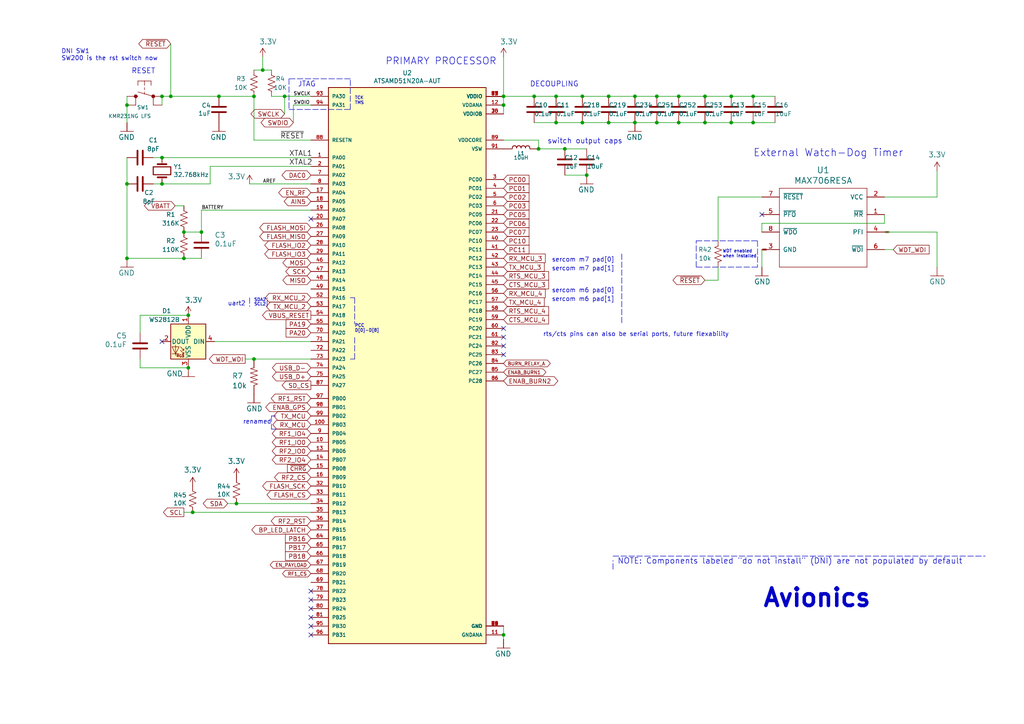
<source format=kicad_sch>
(kicad_sch (version 20211123) (generator eeschema)
  (paper "A4")
  (title_block (title "PyCubed Mainboard") (date "2021-06-09") (rev "v05c") (company "Max Holliday"))
  (lib_symbols
    (symbol "mainboard-rescue:C-Device-mainboard-rescue" (pin_numbers hide) (pin_names (offset 0.254))
      (property "Reference" "C" (at 0.635 2.54 0))
      (property "Value" "C-Device-mainboard-rescue" (at 0.635 -2.54 0))
      (symbol "C-Device-mainboard-rescue_0_1"
        (polyline (pts (xy -2.032 -0.762) (xy 2.032 -0.762)) (stroke (width 0.508)))
        (polyline (pts (xy -2.032 0.762) (xy 2.032 0.762)) (stroke (width 0.508)))
      )
      (symbol "C-Device-mainboard-rescue_1_1"
        (pin passive line (at 0 3.81 270) (length 2.794) (name "~") (number "1"))
        (pin passive line (at 0 -3.81 90) (length 2.794) (name "~") (number "2"))
      )
    )
    (symbol "mainboard-rescue:Crystal-Device-mainboard-rescue" (pin_numbers hide) (pin_names (offset 1.016) hide)
      (property "Reference" "Y" (at 0 3.81 0))
      (property "Value" "Crystal-Device-mainboard-rescue" (at 0 -3.81 0))
      (symbol "Crystal-Device-mainboard-rescue_0_1"
        (rectangle (start -1.143 2.54) (end 1.143 -2.54) (stroke (width 0.3048)))
        (polyline (pts (xy -2.54 0) (xy -1.905 0)))
        (polyline (pts (xy -1.905 -1.27) (xy -1.905 1.27)) (stroke (width 0.508)))
        (polyline (pts (xy 1.905 -1.27) (xy 1.905 1.27)) (stroke (width 0.508)))
        (polyline (pts (xy 2.54 0) (xy 1.905 0)))
      )
      (symbol "Crystal-Device-mainboard-rescue_1_1"
        (pin passive line (at -3.81 0 0) (length 1.27) (name "1") (number "1"))
        (pin passive line (at 3.81 0 180) (length 1.27) (name "2") (number "2"))
      )
    )
    (symbol "mainboard-rescue:R_US-Device-mainboard-rescue" (pin_numbers hide) (pin_names (offset 0))
      (property "Reference" "R" (at 2.54 0 90))
      (property "Value" "R_US-Device-mainboard-rescue" (at -2.54 0 90))
      (symbol "R_US-Device-mainboard-rescue_0_1"
        (polyline (pts (xy 0 -2.286) (xy 0 -2.54)))
        (polyline (pts (xy 0 2.286) (xy 0 2.54)))
        (polyline (pts (xy 0 -0.762) (xy 1.016 -1.143) (xy 0 -1.524) (xy -1.016 -1.905) (xy 0 -2.286)))
        (polyline (pts (xy 0 0.762) (xy 1.016 0.381) (xy 0 0) (xy -1.016 -0.381) (xy 0 -0.762)))
        (polyline (pts (xy 0 2.286) (xy 1.016 1.905) (xy 0 1.524) (xy -1.016 1.143) (xy 0 0.762)))
      )
      (symbol "R_US-Device-mainboard-rescue_1_1"
        (pin passive line (at 0 3.81 270) (length 1.27) (name "~") (number "1"))
        (pin passive line (at 0 -3.81 90) (length 1.27) (name "~") (number "2"))
      )
    )
    (symbol "mainboard-rescue:WS2812B-LED-mainboard-rescue" (pin_names (offset 0.254))
      (property "Reference" "D" (at 5.08 5.715 0))
      (property "Value" "WS2812B-LED-mainboard-rescue" (at 1.27 -5.715 0))
      (symbol "WS2812B-LED-mainboard-rescue_0_0"
        (text "RGB" (at 2.286 -4.191 0) (effects (font (size 0.762 0.762))))
      )
      (symbol "WS2812B-LED-mainboard-rescue_0_1"
        (polyline (pts (xy 1.27 -3.556) (xy 1.778 -3.556)))
        (polyline (pts (xy 1.27 -2.54) (xy 1.778 -2.54)))
        (polyline (pts (xy 4.699 -3.556) (xy 2.667 -3.556)))
        (polyline (pts (xy 2.286 -2.54) (xy 1.27 -3.556) (xy 1.27 -3.048)))
        (polyline (pts (xy 2.286 -1.524) (xy 1.27 -2.54) (xy 1.27 -2.032)))
        (polyline (pts (xy 3.683 -1.016) (xy 3.683 -3.556) (xy 3.683 -4.064)))
        (polyline (pts (xy 4.699 -1.524) (xy 2.667 -1.524) (xy 3.683 -3.556) (xy 4.699 -1.524)))
        (rectangle (start 5.08 5.08) (end -5.08 -5.08) (stroke (width 0.254)) (fill (type background)))
      )
      (symbol "WS2812B-LED-mainboard-rescue_1_1"
        (pin power_in line (at 0 7.62 270) (length 2.54) (name "VDD") (number "1"))
        (pin output line (at 7.62 0 180) (length 2.54) (name "DOUT") (number "2"))
        (pin power_in line (at 0 -7.62 90) (length 2.54) (name "VSS") (number "3"))
        (pin input line (at -7.62 0 0) (length 2.54) (name "DIN") (number "4"))
      )
    )
    (symbol "mainboard:3.3V" (power) (pin_names (offset 1.016))
      (property "Value" "3.3V" (at -1.016 3.556 0))
      (symbol "3.3V_1_0"
        (polyline (pts (xy 0 2.54) (xy -0.762 1.27)))
        (polyline (pts (xy 0.762 1.27) (xy 0 2.54)))
        (pin power_in line (at 0 0 90) (length 2.54) (name "3.3V") (number "1"))
      )
    )
    (symbol "mainboard:GND" (power) (pin_names (offset 1.016))
      (property "Value" "GND" (at -2.54 -2.54 0))
      (symbol "GND_1_0"
        (polyline (pts (xy -1.905 0) (xy 1.905 0)))
        (pin power_in line (at 0 2.54 270) (length 2.54) (name "GND") (number "1"))
      )
    )
    (symbol "mainboard:INDUCTOR-Adafruit_Feather_M4_Express-eagle-import-lab64_SAM32-rescue-SAMD-10-rescue-SAM32-rescue" (pin_names (offset 1.016))
      (property "Reference" "L" (at 0 2.54 0))
      (property "Value" "INDUCTOR-Adafruit_Feather_M4_Express-eagle-import-lab64_SAM32-rescue-SAMD-10-rescue-SAM32-rescue" (at 0 -1.524 0))
      (symbol "INDUCTOR-Adafruit_Feather_M4_Express-eagle-import-lab64_SAM32-rescue-SAMD-10-rescue-SAM32-rescue_1_0"
        (arc (start -1.27 0.3048) (mid -1.905 0.9149) (end -2.54 0.3048) (stroke (width 0.254)))
        (polyline (pts (xy -2.54 0.3048) (xy -2.54 0)))
        (polyline (pts (xy 2.54 0.3048) (xy 2.54 0)))
        (arc (start 0 0.3048) (mid -0.635 0.9149) (end -1.27 0.3048) (stroke (width 0.254)))
        (arc (start 1.27 0.3048) (mid 0.635 0.9149) (end 0 0.3048) (stroke (width 0.254)))
        (arc (start 2.54 0.3048) (mid 1.905 0.9149) (end 1.27 0.3048) (stroke (width 0.254)))
        (pin passive line (at -5.08 0 0) (length 2.54) (name "1") (number "1"))
        (pin passive line (at 5.08 0 180) (length 2.54) (name "2") (number "2"))
      )
    )
    (symbol "mainboard:MAX708RESA-T" (pin_names (offset 1.016))
      (property "Reference" "U" (at 15.5956 9.1186 0))
      (property "Value" "MAX708RESA-T" (at 14.9606 6.5786 0))
      (symbol "MAX708RESA-T_1_0"
        (polyline (pts (xy 7.62 -17.78) (xy 33.02 -17.78)))
        (polyline (pts (xy 7.62 5.08) (xy 7.62 -17.78)))
        (polyline (pts (xy 33.02 -17.78) (xy 33.02 5.08)))
        (polyline (pts (xy 33.02 5.08) (xy 7.62 5.08)))
        (pin input line (at 2.54 -2.54 0) (length 5.08) (name "~{MR}") (number "1"))
        (pin power_in line (at 2.54 2.54 0) (length 5.08) (name "VCC") (number "2"))
        (pin power_in line (at 38.1 -12.7 180) (length 5.08) (name "GND") (number "3"))
        (pin input line (at 2.54 -7.62 0) (length 5.08) (name "PFI") (number "4"))
        (pin output line (at 38.1 -2.54 180) (length 5.08) (name "~{PFO}") (number "5"))
        (pin input line (at 2.54 -12.7 0) (length 5.08) (name "~{WDI}") (number "6"))
        (pin output line (at 38.1 2.54 180) (length 5.08) (name "~{RESET}") (number "7"))
        (pin output line (at 38.1 -7.62 180) (length 5.08) (name "~{WDO}") (number "8"))
      )
    )
    (symbol "mainboard:R-US_R0603" (pin_names (offset 1.016))
      (property "Reference" "R" (at -3.81 1.4986 0))
      (property "Value" "R-US_R0603" (at -3.81 -3.302 0))
      (symbol "R-US_R0603_1_0"
        (polyline (pts (xy -2.54 0) (xy -2.159 1.016)))
        (polyline (pts (xy -2.159 1.016) (xy -1.524 -1.016)))
        (polyline (pts (xy -1.524 -1.016) (xy -0.889 1.016)))
        (polyline (pts (xy -0.889 1.016) (xy -0.254 -1.016)))
        (polyline (pts (xy -0.254 -1.016) (xy 0.381 1.016)))
        (polyline (pts (xy 0.381 1.016) (xy 1.016 -1.016)))
        (polyline (pts (xy 1.016 -1.016) (xy 1.651 1.016)))
        (polyline (pts (xy 1.651 1.016) (xy 2.286 -1.016)))
        (polyline (pts (xy 2.286 -1.016) (xy 2.54 0)))
        (pin passive line (at -5.08 0 0) (length 2.54) (name "1") (number "1"))
        (pin passive line (at 5.08 0 180) (length 2.54) (name "2") (number "2"))
      )
    )
    (symbol "mainboard:SWITCH_SMT4.6X2.8" (pin_names (offset 1.016))
      (property "Reference" "SW" (at -2.54 6.35 0))
      (property "Value" "SWITCH_SMT4.6X2.8" (at -2.54 -5.08 0))
      (symbol "SWITCH_SMT4.6X2.8_1_0"
        (circle (center -2.54 0) (radius 0.127) (stroke (width 0.4064)))
        (polyline (pts (xy -2.54 -2.54) (xy -2.54 0)))
        (polyline (pts (xy -2.54 0) (xy 1.905 1.27)))
        (polyline (pts (xy -1.905 4.445) (xy -1.905 3.175)))
        (polyline (pts (xy 0 1.27) (xy 0 0.635)))
        (polyline (pts (xy 0 2.54) (xy 0 1.905)))
        (polyline (pts (xy 0 4.445) (xy -1.905 4.445)))
        (polyline (pts (xy 0 4.445) (xy 0 3.175)))
        (polyline (pts (xy 1.905 0) (xy 2.54 0)))
        (polyline (pts (xy 1.905 4.445) (xy 0 4.445)))
        (polyline (pts (xy 1.905 4.445) (xy 1.905 3.175)))
        (polyline (pts (xy 2.54 -2.54) (xy 2.54 0)))
        (circle (center 2.54 0) (radius 0.127) (stroke (width 0.4064)))
        (pin passive line (at -5.08 0 0) (length 2.54) (name "P") (number "A"))
        (pin passive line (at -5.08 -2.54 0) (length 2.54) (name "P1") (number "A'"))
        (pin passive line (at 5.08 0 180) (length 2.54) (name "S") (number "B"))
        (pin passive line (at 5.08 -2.54 180) (length 2.54) (name "S1") (number "B'"))
      )
    )
    (symbol "mainboard_SLI:ATSAMD51N20A-AUT" (pin_names (offset 1.016))
      (property "Reference" "U" (at -22.86 89.535 0))
      (property "Value" "ATSAMD51N20A-AUT" (at -22.86 -76.2 0))
      (symbol "ATSAMD51N20A-AUT_0_0"
        (rectangle (start -22.86 -72.39) (end 22.86 88.9) (stroke (width 0.254)) (fill (type background)))
        (pin bidirectional line (at -27.94 68.58 0) (length 5.08) (name "PA00") (number "1"))
        (pin bidirectional line (at -27.94 -13.97 0) (length 5.08) (name "PB05") (number "10"))
        (pin bidirectional line (at -27.94 -8.89 0) (length 5.08) (name "PB03") (number "100"))
        (pin power_in line (at 27.94 -69.85 180) (length 5.08) (name "GNDANA") (number "11"))
        (pin power_in line (at 27.94 83.82 180) (length 5.08) (name "VDDANA") (number "12"))
        (pin bidirectional line (at -27.94 -16.51 0) (length 5.08) (name "PB06") (number "13"))
        (pin bidirectional line (at -27.94 -19.05 0) (length 5.08) (name "PB07") (number "14"))
        (pin bidirectional line (at -27.94 -21.59 0) (length 5.08) (name "PB08") (number "15"))
        (pin bidirectional line (at -27.94 -24.13 0) (length 5.08) (name "PB09") (number "16"))
        (pin bidirectional line (at -27.94 58.42 0) (length 5.08) (name "PA04") (number "17"))
        (pin bidirectional line (at -27.94 55.88 0) (length 5.08) (name "PA05") (number "18"))
        (pin bidirectional line (at -27.94 53.34 0) (length 5.08) (name "PA06") (number "19"))
        (pin bidirectional line (at -27.94 66.04 0) (length 5.08) (name "PA01") (number "2"))
        (pin bidirectional line (at -27.94 50.8 0) (length 5.08) (name "PA07") (number "20"))
        (pin bidirectional line (at 27.94 52.07 180) (length 5.08) (name "PC05") (number "21"))
        (pin bidirectional line (at 27.94 49.53 180) (length 5.08) (name "PC06") (number "22"))
        (pin bidirectional line (at 27.94 46.99 180) (length 5.08) (name "PC07") (number "23"))
        (pin power_in line (at 27.94 -67.31 180) (length 5.08) (name "GND") (number "24"))
        (pin power_in line (at 27.94 81.28 180) (length 5.08) (name "VDDIOB") (number "25"))
        (pin bidirectional line (at -27.94 48.26 0) (length 5.08) (name "PA08") (number "26"))
        (pin bidirectional line (at -27.94 45.72 0) (length 5.08) (name "PA09") (number "27"))
        (pin bidirectional line (at -27.94 43.18 0) (length 5.08) (name "PA10") (number "28"))
        (pin bidirectional line (at -27.94 40.64 0) (length 5.08) (name "PA11") (number "29"))
        (pin bidirectional line (at 27.94 62.23 180) (length 5.08) (name "PC00") (number "3"))
        (pin power_in line (at 27.94 81.28 180) (length 5.08) (name "VDDIOB") (number "30"))
        (pin power_in line (at 27.94 -67.31 180) (length 5.08) (name "GND") (number "31"))
        (pin bidirectional line (at -27.94 -26.67 0) (length 5.08) (name "PB10") (number "32"))
        (pin bidirectional line (at -27.94 -29.21 0) (length 5.08) (name "PB11") (number "33"))
        (pin bidirectional line (at -27.94 -31.75 0) (length 5.08) (name "PB12") (number "34"))
        (pin bidirectional line (at -27.94 -34.29 0) (length 5.08) (name "PB13") (number "35"))
        (pin bidirectional line (at -27.94 -36.83 0) (length 5.08) (name "PB14") (number "36"))
        (pin bidirectional line (at -27.94 -39.37 0) (length 5.08) (name "PB15") (number "37"))
        (pin power_in line (at 27.94 -67.31 180) (length 5.08) (name "GND") (number "38"))
        (pin power_in line (at 27.94 86.36 180) (length 5.08) (name "VDDIO") (number "39"))
        (pin bidirectional line (at 27.94 59.69 180) (length 5.08) (name "PC01") (number "4"))
        (pin bidirectional line (at 27.94 44.45 180) (length 5.08) (name "PC10") (number "40"))
        (pin bidirectional line (at 27.94 41.91 180) (length 5.08) (name "PC11") (number "41"))
        (pin bidirectional line (at 27.94 39.37 180) (length 5.08) (name "PC12") (number "42"))
        (pin bidirectional line (at 27.94 36.83 180) (length 5.08) (name "PC13") (number "43"))
        (pin bidirectional line (at 27.94 34.29 180) (length 5.08) (name "PC14") (number "44"))
        (pin bidirectional line (at 27.94 31.75 180) (length 5.08) (name "PC15") (number "45"))
        (pin bidirectional line (at -27.94 38.1 0) (length 5.08) (name "PA12") (number "46"))
        (pin bidirectional line (at -27.94 35.56 0) (length 5.08) (name "PA13") (number "47"))
        (pin bidirectional line (at -27.94 33.02 0) (length 5.08) (name "PA14") (number "48"))
        (pin bidirectional line (at -27.94 30.48 0) (length 5.08) (name "PA15") (number "49"))
        (pin bidirectional line (at 27.94 57.15 180) (length 5.08) (name "PC02") (number "5"))
        (pin power_in line (at 27.94 -67.31 180) (length 5.08) (name "GND") (number "50"))
        (pin power_in line (at 27.94 86.36 180) (length 5.08) (name "VDDIO") (number "51"))
        (pin bidirectional line (at -27.94 27.94 0) (length 5.08) (name "PA16") (number "52"))
        (pin bidirectional line (at -27.94 25.4 0) (length 5.08) (name "PA17") (number "53"))
        (pin bidirectional line (at -27.94 22.86 0) (length 5.08) (name "PA18") (number "54"))
        (pin bidirectional line (at -27.94 20.32 0) (length 5.08) (name "PA19") (number "55"))
        (pin bidirectional line (at 27.94 29.21 180) (length 5.08) (name "PC16") (number "56"))
        (pin bidirectional line (at 27.94 26.67 180) (length 5.08) (name "PC17") (number "57"))
        (pin bidirectional line (at 27.94 24.13 180) (length 5.08) (name "PC18") (number "58"))
        (pin bidirectional line (at 27.94 21.59 180) (length 5.08) (name "PC19") (number "59"))
        (pin bidirectional line (at 27.94 54.61 180) (length 5.08) (name "PC03") (number "6"))
        (pin bidirectional line (at 27.94 19.05 180) (length 5.08) (name "PC20") (number "60"))
        (pin bidirectional line (at 27.94 16.51 180) (length 5.08) (name "PC21") (number "61"))
        (pin power_in line (at 27.94 -67.31 180) (length 5.08) (name "GND") (number "62"))
        (pin power_in line (at 27.94 86.36 180) (length 5.08) (name "VDDIO") (number "63"))
        (pin bidirectional line (at -27.94 -41.91 0) (length 5.08) (name "PB16") (number "64"))
        (pin bidirectional line (at -27.94 -44.45 0) (length 5.08) (name "PB17") (number "65"))
        (pin bidirectional line (at -27.94 -46.99 0) (length 5.08) (name "PB18") (number "66"))
        (pin bidirectional line (at -27.94 -49.53 0) (length 5.08) (name "PB19") (number "67"))
        (pin bidirectional line (at -27.94 -52.07 0) (length 5.08) (name "PB20") (number "68"))
        (pin bidirectional line (at -27.94 -54.61 0) (length 5.08) (name "PB21") (number "69"))
        (pin bidirectional line (at -27.94 63.5 0) (length 5.08) (name "PA02") (number "7"))
        (pin bidirectional line (at -27.94 17.78 0) (length 5.08) (name "PA20") (number "70"))
        (pin bidirectional line (at -27.94 15.24 0) (length 5.08) (name "PA21") (number "71"))
        (pin bidirectional line (at -27.94 12.7 0) (length 5.08) (name "PA22") (number "72"))
        (pin bidirectional line (at -27.94 10.16 0) (length 5.08) (name "PA23") (number "73"))
        (pin bidirectional line (at -27.94 7.62 0) (length 5.08) (name "PA24") (number "74"))
        (pin bidirectional line (at -27.94 5.08 0) (length 5.08) (name "PA25") (number "75"))
        (pin power_in line (at 27.94 -67.31 180) (length 5.08) (name "GND") (number "76"))
        (pin power_in line (at 27.94 86.36 180) (length 5.08) (name "VDDIO") (number "77"))
        (pin bidirectional line (at -27.94 -57.15 0) (length 5.08) (name "PB22") (number "78"))
        (pin bidirectional line (at -27.94 -59.69 0) (length 5.08) (name "PB23") (number "79"))
        (pin bidirectional line (at -27.94 60.96 0) (length 5.08) (name "PA03") (number "8"))
        (pin bidirectional line (at -27.94 -62.23 0) (length 5.08) (name "PB24") (number "80"))
        (pin bidirectional line (at -27.94 -64.77 0) (length 5.08) (name "PB25") (number "81"))
        (pin bidirectional line (at 27.94 13.97 180) (length 5.08) (name "PC24") (number "82"))
        (pin bidirectional line (at 27.94 11.43 180) (length 5.08) (name "PC25") (number "83"))
        (pin bidirectional line (at 27.94 8.89 180) (length 5.08) (name "PC26") (number "84"))
        (pin bidirectional line (at 27.94 6.35 180) (length 5.08) (name "PC27") (number "85"))
        (pin bidirectional line (at 27.94 3.81 180) (length 5.08) (name "PC28") (number "86"))
        (pin bidirectional line (at -27.94 2.54 0) (length 5.08) (name "PA27") (number "87"))
        (pin input line (at -27.94 73.66 0) (length 5.08) (name "RESETN") (number "88"))
        (pin power_in line (at 27.94 73.66 180) (length 5.08) (name "VDDCORE") (number "89"))
        (pin bidirectional line (at -27.94 -11.43 0) (length 5.08) (name "PB04") (number "9"))
        (pin power_in line (at 27.94 -67.31 180) (length 5.08) (name "GND") (number "90"))
        (pin bidirectional line (at 27.94 71.12 180) (length 5.08) (name "VSW") (number "91"))
        (pin power_in line (at 27.94 86.36 180) (length 5.08) (name "VDDIO") (number "92"))
        (pin bidirectional line (at -27.94 86.36 0) (length 5.08) (name "PA30") (number "93"))
        (pin bidirectional line (at -27.94 83.82 0) (length 5.08) (name "PA31") (number "94"))
        (pin bidirectional line (at -27.94 -67.31 0) (length 5.08) (name "PB30") (number "95"))
        (pin bidirectional line (at -27.94 -69.85 0) (length 5.08) (name "PB31") (number "96"))
        (pin bidirectional line (at -27.94 -1.27 0) (length 5.08) (name "PB00") (number "97"))
        (pin bidirectional line (at -27.94 -3.81 0) (length 5.08) (name "PB01") (number "98"))
        (pin bidirectional line (at -27.94 -6.35 0) (length 5.08) (name "PB02") (number "99"))
      )
    )
  )
  (junction (at 212.09 27.94))
  (junction (at 168.91 27.94))
  (junction (at 82.55 27.94))
  (junction (at 196.85 35.56))
  (junction (at 170.18 50.8))
  (junction (at 36.83 74.93))
  (junction (at 176.53 35.56))
  (junction (at 176.53 27.94))
  (junction (at 212.09 35.56))
  (junction (at 146.05 30.48))
  (junction (at 53.34 67.31))
  (junction (at 54.61 91.44))
  (junction (at 54.61 106.68))
  (junction (at 76.2 20.32))
  (junction (at 190.5 35.56))
  (junction (at 156.21 43.18))
  (junction (at 184.15 35.56))
  (junction (at 73.66 27.94))
  (junction (at 55.88 148.59))
  (junction (at 190.5 27.94))
  (junction (at 53.34 74.93))
  (junction (at 218.44 35.56))
  (junction (at 68.58 146.05))
  (junction (at 184.15 27.94))
  (junction (at 204.47 27.94))
  (junction (at 196.85 27.94))
  (junction (at 46.99 27.94))
  (junction (at 161.29 35.56))
  (junction (at 63.5 27.94))
  (junction (at 49.53 27.94))
  (junction (at 161.29 27.94))
  (junction (at 46.99 45.72))
  (junction (at 163.83 43.18))
  (junction (at 218.44 27.94))
  (junction (at 46.99 53.34))
  (junction (at 204.47 35.56))
  (junction (at 154.94 27.94))
  (junction (at 58.42 67.31))
  (junction (at 146.05 27.94))
  (junction (at 73.66 104.14))
  (junction (at 36.83 53.34))
  (junction (at 36.83 30.48))
  (junction (at 146.05 184.15))
  (junction (at 168.91 35.56))
  (no_connect (at 90.17 179.07))
  (no_connect (at 220.98 62.23))
  (no_connect (at 146.05 100.33))
  (no_connect (at 146.05 102.87))
  (no_connect (at 90.17 184.15))
  (no_connect (at 90.17 173.99))
  (no_connect (at 90.17 176.53))
  (no_connect (at 90.17 171.45))
  (no_connect (at 90.17 181.61))
  (no_connect (at 46.99 99.06))
  (no_connect (at 146.05 97.79))
  (no_connect (at 146.05 95.25))
  (no_connect (at 90.17 63.5))
  (wire (pts (xy 63.5 27.94) (xy 73.66 27.94)))
  (wire (pts (xy 90.17 146.05) (xy 68.58 146.05)))
  (wire (pts (xy 49.53 12.7) (xy 49.53 27.94)))
  (wire (pts (xy 49.53 27.94) (xy 63.5 27.94)))
  (wire (pts (xy 50.8 59.69) (xy 53.34 59.69)))
  (wire (pts (xy 163.83 50.8) (xy 170.18 50.8)))
  (wire (pts (xy 156.21 40.64) (xy 156.21 43.18)))
  (wire (pts (xy 204.47 81.28) (xy 208.28 81.28)))
  (polyline (pts (xy 101.6 22.86) (xy 83.82 22.86)))
  (polyline (pts (xy 83.82 22.86) (xy 83.82 31.75)))
  (wire (pts (xy 73.66 20.32) (xy 76.2 20.32)))
  (polyline (pts (xy 78.74 124.46) (xy 80.01 124.46)))
  (wire (pts (xy 208.28 81.28) (xy 208.28 77.47)))
  (wire (pts (xy 40.64 106.68) (xy 40.64 104.14)))
  (wire (pts (xy 46.99 53.34) (xy 60.96 53.34)))
  (wire (pts (xy 271.78 57.15) (xy 271.78 49.53)))
  (wire (pts (xy 66.04 146.05) (xy 68.58 146.05)))
  (wire (pts (xy 184.15 35.56) (xy 190.5 35.56)))
  (wire (pts (xy 220.98 72.39) (xy 220.98 77.47)))
  (wire (pts (xy 76.2 16.51) (xy 76.2 20.32)))
  (wire (pts (xy 62.23 99.06) (xy 90.17 99.06)))
  (wire (pts (xy 90.17 40.64) (xy 73.66 40.64)))
  (polyline (pts (xy 177.8 165.1) (xy 177.8 162.56)))
  (wire (pts (xy 146.05 27.94) (xy 154.94 27.94)))
  (wire (pts (xy 154.94 35.56) (xy 161.29 35.56)))
  (wire (pts (xy 168.91 27.94) (xy 176.53 27.94)))
  (wire (pts (xy 60.96 48.26) (xy 90.17 48.26)))
  (wire (pts (xy 208.28 57.15) (xy 208.28 69.85)))
  (wire (pts (xy 271.78 57.15) (xy 256.54 57.15)))
  (wire (pts (xy 73.66 104.14) (xy 71.12 104.14)))
  (polyline (pts (xy 219.71 77.47) (xy 201.93 77.47)))
  (wire (pts (xy 36.83 30.48) (xy 36.83 35.56)))
  (wire (pts (xy 53.34 67.31) (xy 58.42 67.31)))
  (wire (pts (xy 212.09 35.56) (xy 218.44 35.56)))
  (polyline (pts (xy 102.87 86.36) (xy 102.87 93.98)))
  (polyline (pts (xy 180.34 73.66) (xy 180.34 93.98)))
  (wire (pts (xy 161.29 35.56) (xy 168.91 35.56)))
  (wire (pts (xy 40.64 106.68) (xy 54.61 106.68)))
  (wire (pts (xy 53.34 148.59) (xy 55.88 148.59)))
  (wire (pts (xy 220.98 67.31) (xy 220.98 64.77)))
  (polyline (pts (xy 78.74 120.65) (xy 78.74 124.46)))
  (wire (pts (xy 36.83 27.94) (xy 36.83 30.48)))
  (wire (pts (xy 146.05 27.94) (xy 146.05 16.51)))
  (wire (pts (xy 163.83 43.18) (xy 170.18 43.18)))
  (wire (pts (xy 44.45 53.34) (xy 46.99 53.34)))
  (wire (pts (xy 46.99 30.48) (xy 46.99 27.94)))
  (wire (pts (xy 168.91 35.56) (xy 176.53 35.56)))
  (wire (pts (xy 161.29 27.94) (xy 168.91 27.94)))
  (wire (pts (xy 220.98 64.77) (xy 256.54 64.77)))
  (polyline (pts (xy 177.8 161.29) (xy 285.75 161.29)))
  (polyline (pts (xy 83.82 31.75) (xy 101.6 31.75)))
  (wire (pts (xy 60.96 53.34) (xy 60.96 48.26)))
  (polyline (pts (xy 78.74 120.65) (xy 80.01 120.65)))
  (wire (pts (xy 44.45 45.72) (xy 46.99 45.72)))
  (wire (pts (xy 90.17 104.14) (xy 73.66 104.14)))
  (wire (pts (xy 146.05 33.02) (xy 146.05 30.48)))
  (wire (pts (xy 156.21 43.18) (xy 163.83 43.18)))
  (wire (pts (xy 58.42 60.96) (xy 90.17 60.96)))
  (wire (pts (xy 218.44 35.56) (xy 224.79 35.56)))
  (wire (pts (xy 58.42 74.93) (xy 53.34 74.93)))
  (wire (pts (xy 190.5 27.94) (xy 196.85 27.94)))
  (wire (pts (xy 259.08 72.39) (xy 256.54 72.39)))
  (polyline (pts (xy 102.87 104.14) (xy 102.87 97.79)))
  (wire (pts (xy 78.74 27.94) (xy 82.55 27.94)))
  (wire (pts (xy 256.54 64.77) (xy 256.54 62.23)))
  (wire (pts (xy 90.17 148.59) (xy 55.88 148.59)))
  (wire (pts (xy 40.64 91.44) (xy 54.61 91.44)))
  (wire (pts (xy 36.83 45.72) (xy 36.83 53.34)))
  (wire (pts (xy 36.83 53.34) (xy 36.83 74.93)))
  (wire (pts (xy 271.78 67.31) (xy 271.78 77.47)))
  (wire (pts (xy 46.99 27.94) (xy 49.53 27.94)))
  (wire (pts (xy 146.05 40.64) (xy 156.21 40.64)))
  (wire (pts (xy 154.94 27.94) (xy 161.29 27.94)))
  (wire (pts (xy 196.85 27.94) (xy 204.47 27.94)))
  (wire (pts (xy 146.05 30.48) (xy 146.05 27.94)))
  (polyline (pts (xy 72.39 86.36) (xy 72.39 88.9)))
  (wire (pts (xy 146.05 181.61) (xy 146.05 184.15)))
  (polyline (pts (xy 101.6 104.14) (xy 102.87 104.14)))
  (wire (pts (xy 190.5 35.56) (xy 196.85 35.56)))
  (wire (pts (xy 218.44 27.94) (xy 224.79 27.94)))
  (polyline (pts (xy 77.47 88.9) (xy 77.47 86.36)))
  (wire (pts (xy 82.55 33.02) (xy 82.55 27.94)))
  (wire (pts (xy 204.47 35.56) (xy 212.09 35.56)))
  (wire (pts (xy 58.42 67.31) (xy 58.42 60.96)))
  (wire (pts (xy 212.09 27.94) (xy 218.44 27.94)))
  (wire (pts (xy 184.15 27.94) (xy 190.5 27.94)))
  (wire (pts (xy 72.39 53.34) (xy 90.17 53.34)))
  (wire (pts (xy 85.09 30.48) (xy 90.17 30.48)))
  (wire (pts (xy 73.66 27.94) (xy 73.66 40.64)))
  (wire (pts (xy 204.47 27.94) (xy 212.09 27.94)))
  (wire (pts (xy 176.53 27.94) (xy 184.15 27.94)))
  (wire (pts (xy 256.54 67.31) (xy 271.78 67.31)))
  (polyline (pts (xy 201.93 69.85) (xy 219.71 69.85)))
  (wire (pts (xy 46.99 45.72) (xy 90.17 45.72)))
  (wire (pts (xy 40.64 96.52) (xy 40.64 91.44)))
  (polyline (pts (xy 101.6 86.36) (xy 102.87 86.36)))
  (wire (pts (xy 196.85 35.56) (xy 204.47 35.56)))
  (wire (pts (xy 146.05 184.15) (xy 146.05 185.42)))
  (wire (pts (xy 220.98 57.15) (xy 208.28 57.15)))
  (wire (pts (xy 176.53 35.56) (xy 184.15 35.56)))
  (polyline (pts (xy 101.6 31.75) (xy 101.6 22.86)))
  (polyline (pts (xy 201.93 77.47) (xy 201.93 69.85)))
  (wire (pts (xy 85.09 30.48) (xy 85.09 35.56)))
  (wire (pts (xy 53.34 74.93) (xy 36.83 74.93)))
  (wire (pts (xy 82.55 27.94) (xy 90.17 27.94)))
  (polyline (pts (xy 219.71 69.85) (xy 219.71 77.47)))
  (wire (pts (xy 76.2 20.32) (xy 78.74 20.32)))
  (text "sercom m7 pad[1]" (at 160.02 78.74 0) (effects (font (size 1.27 1.27)) (justify left bottom)))
  (text "uart2" (at 66.04 88.9 0) (effects (font (size 1.27 1.27)) (justify left bottom)))
  (text "SDA2" (at 73.66 87.63 0) (effects (font (size 0.889 0.889)) (justify left bottom)))
  (text "rts/cts pins can also be serial ports, future flexability " (at 157.48 97.79 0) (effects (font (size 1.27 1.27)) (justify left bottom)))
  (text "DNI SW1\nSW200 is the rst switch now" (at 17.78 17.78 0) (effects (font (size 1.27 1.27)) (justify left bottom)))
  (text "sercom m6 pad[0]" (at 160.02 85.09 0) (effects (font (size 1.27 1.27)) (justify left bottom)))
  (text "switch output caps" (at 158.75 41.91 0) (effects (font (size 1.4986 1.4986)) (justify left bottom)))
  (text "TCK\nTMS" (at 102.87 30.48 0) (effects (font (size 0.889 0.889)) (justify left bottom)))
  (text "NOTE: Components labeled \"do not install\" (DNI) are not populated by default" (at 179.07 163.83 0) (effects (font (size 1.651 1.651)) (justify left bottom)))
  (text "SCL2" (at 73.66 88.9 0) (effects (font (size 0.889 0.889)) (justify left bottom)))
  (text "DECOUPLING\n" (at 153.67 25.4 0) (effects (font (size 1.4986 1.4986)) (justify left bottom)))
  (text "renamed" (at 78.74 123.19 180) (effects (font (size 1.27 1.27)) (justify right bottom)))
  (text "Avionics" (at 220.98 176.53 0) (effects (font (size 5.08 5.08) (thickness 1.016) bold) (justify left bottom)))
  (text "WDT enabled\nwhen installed" (at 209.55 74.93 0) (effects (font (size 0.889 0.889)) (justify left bottom)))
  (text "JTAG\n" (at 86.36 25.4 0) (effects (font (size 1.4986 1.4986)) (justify left bottom)))
  (text "External Watch-Dog Timer" (at 218.44 45.72 0) (effects (font (size 2.159 2.159)) (justify left bottom)))
  (text "PRIMARY PROCESSOR" (at 111.76 19.05 0) (effects (font (size 2.0066 2.0066)) (justify left bottom)))
  (text "sercom m7 pad[0]" (at 160.02 76.2 0) (effects (font (size 1.27 1.27)) (justify left bottom)))
  (text "RESET" (at 38.1 21.59 0) (effects (font (size 1.4986 1.4986)) (justify left bottom)))
  (text "sercom m6 pad[1]" (at 160.02 87.63 0) (effects (font (size 1.27 1.27)) (justify left bottom)))
  (text "PCC\nD[0]-D[8]" (at 102.87 96.52 0) (effects (font (size 0.889 0.889)) (justify left bottom)))
  (label "BATTERY" (at 58.42 60.96 0) (effects (font (size 1.016 1.016))))
  (label "AREF" (at 76.2 53.34 0) (effects (font (size 1.016 1.016))))
  (label "XTAL2" (at 83.82 48.26 0) (effects (font (size 1.524 1.524))))
  (label "XTAL1" (at 83.82 45.72 0) (effects (font (size 1.524 1.524))))
  (label "SWDIO" (at 85.09 30.48 0) (effects (font (size 0.9906 0.9906))))
  (label "SWCLK" (at 85.09 27.94 0) (effects (font (size 0.9906 0.9906))))
  (label "~{RESET}" (at 81.28 40.64 0) (effects (font (size 1.4986 1.4986))))
  (global_label "ENAB_BURN1" (shape bidirectional) (at 146.05 107.95 0) (effects (font (size 0.9906 0.9906))) (property "Intersheet References" "${INTERSHEET_REFS}" (effects hide)))
  (global_label "SWCLK" (shape bidirectional) (at 82.55 33.02 180) (property "Intersheet References" "${INTERSHEET_REFS}" (effects hide)))
  (global_label "PC03" (shape input) (at 146.05 59.69 0) (property "Intersheet References" "${INTERSHEET_REFS}" (effects hide)))
  (global_label "RTS_MCU_3" (shape input) (at 146.05 80.01 0) (property "Intersheet References" "${INTERSHEET_REFS}" (effects hide)))
  (global_label "MOSI" (shape bidirectional) (at 90.17 76.2 180) (property "Intersheet References" "${INTERSHEET_REFS}" (effects hide)))
  (global_label "RF2_CS" (shape bidirectional) (at 90.17 138.43 180) (property "Intersheet References" "${INTERSHEET_REFS}" (effects hide)))
  (global_label "PC10" (shape input) (at 146.05 69.85 0) (property "Intersheet References" "${INTERSHEET_REFS}" (effects hide)))
  (global_label "PC01" (shape input) (at 146.05 54.61 0) (property "Intersheet References" "${INTERSHEET_REFS}" (effects hide)))
  (global_label "PB16" (shape input) (at 90.17 156.21 180) (property "Intersheet References" "${INTERSHEET_REFS}" (effects hide)))
  (global_label "SDA" (shape bidirectional) (at 66.04 146.05 180) (property "Intersheet References" "${INTERSHEET_REFS}" (effects hide)))
  (global_label "RF1_CS" (shape bidirectional) (at 90.17 166.37 180) (effects (font (size 0.9906 0.9906))) (property "Intersheet References" "${INTERSHEET_REFS}" (effects hide)))
  (global_label "SD_CS" (shape output) (at 90.17 111.76 180) (property "Intersheet References" "${INTERSHEET_REFS}" (effects hide)))
  (global_label "EN_PAYLOAD" (shape bidirectional) (at 90.17 163.83 180) (effects (font (size 0.9906 0.9906))) (property "Intersheet References" "${INTERSHEET_REFS}" (effects hide)))
  (global_label "SCK" (shape bidirectional) (at 90.17 78.74 180) (property "Intersheet References" "${INTERSHEET_REFS}" (effects hide)))
  (global_label "RF1_RST" (shape bidirectional) (at 90.17 115.57 180) (property "Intersheet References" "${INTERSHEET_REFS}" (effects hide)))
  (global_label "WDT_WDI" (shape output) (at 71.12 104.14 180) (property "Intersheet References" "${INTERSHEET_REFS}" (effects hide)))
  (global_label "AIN5" (shape bidirectional) (at 90.17 58.42 180) (property "Intersheet References" "${INTERSHEET_REFS}" (effects hide)))
  (global_label "VBUS_RESET" (shape output) (at 90.17 91.44 180) (property "Intersheet References" "${INTERSHEET_REFS}" (effects hide)))
  (global_label "MISO" (shape bidirectional) (at 90.17 81.28 180) (property "Intersheet References" "${INTERSHEET_REFS}" (effects hide)))
  (global_label "RF1_IO4" (shape bidirectional) (at 90.17 125.73 180) (property "Intersheet References" "${INTERSHEET_REFS}" (effects hide)))
  (global_label "PC11" (shape input) (at 146.05 72.39 0) (property "Intersheet References" "${INTERSHEET_REFS}" (effects hide)))
  (global_label "CTS_MCU_3" (shape input) (at 146.05 82.55 0) (property "Intersheet References" "${INTERSHEET_REFS}" (effects hide)))
  (global_label "RF2_IO4" (shape bidirectional) (at 90.17 133.35 180) (property "Intersheet References" "${INTERSHEET_REFS}" (effects hide)))
  (global_label "DAC0" (shape bidirectional) (at 90.17 50.8 180) (property "Intersheet References" "${INTERSHEET_REFS}" (effects hide)))
  (global_label "EN_RF" (shape bidirectional) (at 90.17 55.88 180) (property "Intersheet References" "${INTERSHEET_REFS}" (effects hide)))
  (global_label "PB17" (shape input) (at 90.17 158.75 180) (property "Intersheet References" "${INTERSHEET_REFS}" (effects hide)))
  (global_label "FLASH_MISO" (shape bidirectional) (at 90.17 68.58 180) (property "Intersheet References" "${INTERSHEET_REFS}" (effects hide)))
  (global_label "PA20" (shape input) (at 90.17 96.52 180) (property "Intersheet References" "${INTERSHEET_REFS}" (effects hide)))
  (global_label "SWDIO" (shape bidirectional) (at 85.09 35.56 180) (property "Intersheet References" "${INTERSHEET_REFS}" (effects hide)))
  (global_label "PA19" (shape input) (at 90.17 93.98 180) (property "Intersheet References" "${INTERSHEET_REFS}" (effects hide)))
  (global_label "RTS_MCU_4" (shape input) (at 146.05 90.17 0) (property "Intersheet References" "${INTERSHEET_REFS}" (effects hide)))
  (global_label "RX_MCU_3" (shape input) (at 146.05 74.93 0) (property "Intersheet References" "${INTERSHEET_REFS}" (effects hide)))
  (global_label "FLASH_SCK" (shape bidirectional) (at 90.17 140.97 180) (property "Intersheet References" "${INTERSHEET_REFS}" (effects hide)))
  (global_label "FLASH_IO3" (shape bidirectional) (at 90.17 73.66 180) (property "Intersheet References" "${INTERSHEET_REFS}" (effects hide)))
  (global_label "BURN_RELAY_A" (shape bidirectional) (at 146.05 105.41 0) (effects (font (size 0.9906 0.9906))) (property "Intersheet References" "${INTERSHEET_REFS}" (effects hide)))
  (global_label "FLASH_CS" (shape bidirectional) (at 90.17 143.51 180) (property "Intersheet References" "${INTERSHEET_REFS}" (effects hide)))
  (global_label "USB_D-" (shape bidirectional) (at 90.17 106.68 180) (property "Intersheet References" "${INTERSHEET_REFS}" (effects hide)))
  (global_label "RX_MCU_2" (shape bidirectional) (at 90.17 86.36 180) (property "Intersheet References" "${INTERSHEET_REFS}" (effects hide)))
  (global_label "PC00" (shape input) (at 146.05 52.07 0) (property "Intersheet References" "${INTERSHEET_REFS}" (effects hide)))
  (global_label "FLASH_IO2" (shape bidirectional) (at 90.17 71.12 180) (property "Intersheet References" "${INTERSHEET_REFS}" (effects hide)))
  (global_label "TX_MCU_4" (shape input) (at 146.05 87.63 0) (property "Intersheet References" "${INTERSHEET_REFS}" (effects hide)))
  (global_label "WDT_WDI" (shape input) (at 259.08 72.39 0) (property "Intersheet References" "${INTERSHEET_REFS}" (effects hide)))
  (global_label "PC02" (shape input) (at 146.05 57.15 0) (property "Intersheet References" "${INTERSHEET_REFS}" (effects hide)))
  (global_label "ENAB_GPS" (shape bidirectional) (at 90.17 118.11 180) (property "Intersheet References" "${INTERSHEET_REFS}" (effects hide)))
  (global_label "VBATT" (shape bidirectional) (at 50.8 59.69 180) (property "Intersheet References" "${INTERSHEET_REFS}" (effects hide)))
  (global_label "TX_MCU_2" (shape bidirectional) (at 90.17 88.9 180) (property "Intersheet References" "${INTERSHEET_REFS}" (effects hide)))
  (global_label "~{RESET}" (shape bidirectional) (at 49.53 12.7 180) (property "Intersheet References" "${INTERSHEET_REFS}" (effects hide)))
  (global_label "~{CHRG}" (shape input) (at 90.17 135.89 180) (effects (font (size 1.143 1.143))) (property "Intersheet References" "${INTERSHEET_REFS}" (effects hide)))
  (global_label "PC07" (shape input) (at 146.05 67.31 0) (property "Intersheet References" "${INTERSHEET_REFS}" (effects hide)))
  (global_label "SCL" (shape output) (at 53.34 148.59 180) (property "Intersheet References" "${INTERSHEET_REFS}" (effects hide)))
  (global_label "ENAB_BURN2" (shape bidirectional) (at 146.05 110.49 0) (property "Intersheet References" "${INTERSHEET_REFS}" (effects hide)))
  (global_label "PB18" (shape input) (at 90.17 161.29 180) (property "Intersheet References" "${INTERSHEET_REFS}" (effects hide)))
  (global_label "TX_MCU_3" (shape input) (at 146.05 77.47 0) (property "Intersheet References" "${INTERSHEET_REFS}" (effects hide)))
  (global_label "RX_MCU_4" (shape input) (at 146.05 85.09 0) (property "Intersheet References" "${INTERSHEET_REFS}" (effects hide)))
  (global_label "CTS_MCU_4" (shape input) (at 146.05 92.71 0) (property "Intersheet References" "${INTERSHEET_REFS}" (effects hide)))
  (global_label "GND" (shape bidirectional) (at 256.54 67.31 0) (effects (font (size 0.254 0.254))) (property "Intersheet References" "${INTERSHEET_REFS}" (effects hide)))
  (global_label "TX_MCU" (shape bidirectional) (at 90.17 120.65 180) (property "Intersheet References" "${INTERSHEET_REFS}" (effects hide)))
  (global_label "BP_LED_LATCH" (shape bidirectional) (at 90.17 153.67 180) (property "Intersheet References" "${INTERSHEET_REFS}" (effects hide)))
  (global_label "PC06" (shape input) (at 146.05 64.77 0) (property "Intersheet References" "${INTERSHEET_REFS}" (effects hide)))
  (global_label "USB_D+" (shape bidirectional) (at 90.17 109.22 180) (property "Intersheet References" "${INTERSHEET_REFS}" (effects hide)))
  (global_label "RF2_IO0" (shape bidirectional) (at 90.17 130.81 180) (property "Intersheet References" "${INTERSHEET_REFS}" (effects hide)))
  (global_label "~{RESET}" (shape bidirectional) (at 204.47 81.28 180) (property "Intersheet References" "${INTERSHEET_REFS}" (effects hide)))
  (global_label "RX_MCU" (shape bidirectional) (at 90.17 123.19 180) (property "Intersheet References" "${INTERSHEET_REFS}" (effects hide)))
  (global_label "GND" (shape bidirectional) (at 220.98 72.39 0) (effects (font (size 0.254 0.254))) (property "Intersheet References" "${INTERSHEET_REFS}" (effects hide)))
  (global_label "RF1_IO0" (shape bidirectional) (at 90.17 128.27 180) (property "Intersheet References" "${INTERSHEET_REFS}" (effects hide)))
  (global_label "FLASH_MOSI" (shape bidirectional) (at 90.17 66.04 180) (property "Intersheet References" "${INTERSHEET_REFS}" (effects hide)))
  (global_label "RF2_RST" (shape bidirectional) (at 90.17 151.13 180) (property "Intersheet References" "${INTERSHEET_REFS}" (effects hide)))
  (global_label "PC05" (shape input) (at 146.05 62.23 0) (property "Intersheet References" "${INTERSHEET_REFS}" (effects hide)))
  (symbol (lib_id "mainboard:GND") (at 220.98 80.01 0) (mirror y) (unit 1)
    (property "Reference" "#GND06" (effects hide))
    (property "Value" "GND" (at 223.52 82.55 0) (effects (font (size 1.4986 1.4986)) (justify left bottom)))
  )
  (symbol (lib_id "mainboard:3.3V") (at 271.78 49.53 0) (mirror y) (unit 1)
    (property "Reference" "#SUPPLY01" (effects hide))
    (property "Value" "3.3V" (at 274.32 45.72 0) (effects (font (size 1.4986 1.4986)) (justify left bottom)))
  )
  (symbol (lib_id "mainboard:GND") (at 73.66 116.84 0) (mirror y) (unit 1)
    (property "Reference" "#GND010" (effects hide))
    (property "Value" "GND" (at 76.2 119.38 0) (effects (font (size 1.4986 1.4986)) (justify left bottom)))
  )
  (symbol (lib_id "mainboard-rescue:C-Device-mainboard-rescue") (at 224.79 31.75 0) (unit 1)
    (property "Reference" "C16" (at 224.79 30.48 0) (effects (justify left)))
    (property "Value" "10uF" (at 224.79 33.02 0) (effects (justify left)))
    (property "Footprint" "Capacitor_SMD:C_0805_2012Metric" (effects hide))
  )
  (symbol (lib_id "mainboard-rescue:C-Device-mainboard-rescue") (at 218.44 31.75 0) (unit 1)
    (property "Reference" "C15" (at 218.44 30.48 0) (effects (justify left)))
    (property "Value" "1uF" (at 218.44 33.02 0) (effects (justify left)))
    (property "Footprint" "Capacitor_SMD:C_0603_1608Metric" (effects hide))
  )
  (symbol (lib_id "mainboard-rescue:C-Device-mainboard-rescue") (at 212.09 31.75 0) (unit 1)
    (property "Reference" "C13" (at 212.09 30.48 0) (effects (justify left)))
    (property "Value" "1uF" (at 212.09 33.02 0) (effects (justify left)))
    (property "Footprint" "Capacitor_SMD:C_0603_1608Metric" (effects hide))
  )
  (symbol (lib_id "mainboard-rescue:C-Device-mainboard-rescue") (at 63.5 31.75 0) (mirror x) (unit 1)
    (property "Reference" "C4" (at 61.1632 30.5816 0) (effects (justify right)))
    (property "Value" "1uF" (at 61.1632 32.893 0) (effects (justify right)))
    (property "Footprint" "Capacitor_SMD:C_0603_1608Metric" (effects hide))
  )
  (symbol (lib_id "mainboard-rescue:C-Device-mainboard-rescue") (at 163.83 46.99 0) (mirror x) (unit 1)
    (property "Reference" "C12" (at 167.64 45.72 0) (effects (justify right)))
    (property "Value" "1uF" (at 167.64 48.26 0) (effects (justify right)))
    (property "Footprint" "Capacitor_SMD:C_0603_1608Metric" (effects hide))
  )
  (symbol (lib_id "mainboard:INDUCTOR-Adafruit_Feather_M4_Express-eagle-import-lab64_SAM32-rescue-SAMD-10-rescue-SAM32-rescue") (at 151.13 43.18 0) (mirror y) (unit 1)
    (property "Reference" "L1" (at 151.13 44.45 0) (effects (font (size 1.0668 1.0668))))
    (property "Value" "10uH" (at 151.13 45.72 0) (effects (font (size 1.0668 1.0668))))
    (property "Footprint" "Inductor_SMD:L_1210_3225Metric" (effects hide))
    (property "Description" "10uH Unshielded 0805" (effects hide))
    (property "Flight" "MGFL2012F100MT-LF" (effects hide))
    (property "Manufacturer_Name" "MicroGate" (effects hide))
    (property "Manufacturer_Part_Number" "MGFL2012F100MT-LF" (effects hide))
    (property "Proto" "MGFL2012F100MT-LF" (effects hide))
  )
  (symbol (lib_id "mainboard-rescue:C-Device-mainboard-rescue") (at 170.18 46.99 0) (mirror y) (unit 1)
    (property "Reference" "C14" (at 170.18 45.72 0) (effects (justify right)))
    (property "Value" "10uF" (at 170.18 48.26 0) (effects (justify right)))
    (property "Footprint" "Capacitor_SMD:C_0805_2012Metric" (effects hide))
  )
  (symbol (lib_id "mainboard:SWITCH_SMT4.6X2.8") (at 41.91 27.94 0) (mirror y) (unit 1)
    (property "Reference" "SW1" (at 43.18 31.75 0) (effects (font (size 1.0668 1.0668)) (justify left bottom)))
    (property "Value" "KMR231NG LFS" (at 43.815 34.29 0) (effects (font (size 1.0668 1.0668)) (justify left bottom)))
    (property "Footprint" "mainboard:BTN_KMR2_4.6X2.8" (effects hide))
    (property "Datasheet" "https://www.ckswitches.com/media/1479/kmr2.pdf" (effects hide))
    (property "Description" "Tactile Switch SPST-NO" (effects hide))
    (property "Flight" "KMR231NG LFS" (effects hide))
    (property "Manufacturer_Name" "C&K" (effects hide))
    (property "Manufacturer_Part_Number" "KMR231NG LFS" (effects hide))
    (property "Proto" "KMR231NG LFS" (effects hide))
  )
  (symbol (lib_id "mainboard-rescue:C-Device-mainboard-rescue") (at 40.64 45.72 270) (mirror x) (unit 1)
    (property "Reference" "C1" (at 44.45 40.64 90))
    (property "Value" "8pF" (at 44.45 43.18 90))
    (property "Footprint" "Capacitor_SMD:C_0603_1608Metric" (effects hide))
  )
  (symbol (lib_id "mainboard-rescue:C-Device-mainboard-rescue") (at 40.64 53.34 270) (mirror x) (unit 1)
    (property "Reference" "C2" (at 43.18 55.88 90))
    (property "Value" "8pF" (at 43.18 58.42 90))
    (property "Footprint" "Capacitor_SMD:C_0603_1608Metric" (effects hide))
  )
  (symbol (lib_id "mainboard-rescue:R_US-Device-mainboard-rescue") (at 53.34 63.5 0) (unit 1)
    (property "Reference" "R1" (at 49.53 62.23 0))
    (property "Value" "316K" (at 49.53 64.77 0))
    (property "Footprint" "Resistor_SMD:R_0603_1608Metric" (effects hide))
  )
  (symbol (lib_id "mainboard-rescue:R_US-Device-mainboard-rescue") (at 78.74 24.13 0) (unit 1)
    (property "Reference" "R4" (at 81.28 22.86 0))
    (property "Value" "10K" (at 81.28 25.4 0))
    (property "Footprint" "Resistor_SMD:R_0603_1608Metric" (effects hide))
  )
  (symbol (lib_id "mainboard-rescue:R_US-Device-mainboard-rescue") (at 73.66 24.13 0) (unit 1)
    (property "Reference" "R3" (at 69.85 22.86 0))
    (property "Value" "10K" (at 69.85 25.4 0))
    (property "Footprint" "Resistor_SMD:R_0603_1608Metric" (effects hide))
  )
  (symbol (lib_id "mainboard-rescue:R_US-Device-mainboard-rescue") (at 53.34 71.12 180) (unit 1)
    (property "Reference" "R2" (at 49.53 69.85 0))
    (property "Value" "110K" (at 49.53 72.39 0))
    (property "Footprint" "Resistor_SMD:R_0603_1608Metric" (effects hide))
  )
  (symbol (lib_id "mainboard-rescue:C-Device-mainboard-rescue") (at 161.29 31.75 0) (unit 1)
    (property "Reference" "C11" (at 161.29 30.48 0) (effects (justify left)))
    (property "Value" "0.1uF" (at 161.29 33.02 0) (effects (justify left)))
    (property "Footprint" "Capacitor_SMD:C_0603_1608Metric" (effects hide))
  )
  (symbol (lib_id "mainboard:3.3V") (at 76.2 16.51 0) (unit 1)
    (property "Reference" "#SUPPLY02" (effects hide))
    (property "Value" "3.3V" (at 75.184 12.954 0) (effects (font (size 1.4986 1.4986)) (justify left bottom)))
  )
  (symbol (lib_id "mainboard:GND") (at 146.05 187.96 0) (unit 1)
    (property "Reference" "#GND08" (effects hide))
    (property "Value" "GND" (at 143.51 190.5 0) (effects (font (size 1.4986 1.4986)) (justify left bottom)))
  )
  (symbol (lib_id "mainboard:GND") (at 54.61 109.22 0) (unit 1)
    (property "Reference" "#GND05" (effects hide))
    (property "Value" "GND" (at 48.26 109.22 0) (effects (font (size 1.4986 1.4986)) (justify left bottom)))
  )
  (symbol (lib_id "mainboard:GND") (at 170.18 53.34 0) (unit 1)
    (property "Reference" "#GND09" (effects hide))
    (property "Value" "GND" (at 167.64 55.88 0) (effects (font (size 1.4986 1.4986)) (justify left bottom)))
  )
  (symbol (lib_id "mainboard:GND") (at 63.5 38.1 0) (unit 1)
    (property "Reference" "#GND04" (effects hide))
    (property "Value" "GND" (at 60.96 40.64 0) (effects (font (size 1.4986 1.4986)) (justify left bottom)))
  )
  (symbol (lib_id "mainboard:GND") (at 36.83 77.47 0) (unit 1)
    (property "Reference" "#GND03" (effects hide))
    (property "Value" "GND" (at 34.29 80.01 0) (effects (font (size 1.4986 1.4986)) (justify left bottom)))
  )
  (symbol (lib_id "mainboard:GND") (at 36.83 38.1 0) (unit 1)
    (property "Reference" "#GND02" (effects hide))
    (property "Value" "GND" (at 34.29 40.64 0) (effects (font (size 1.4986 1.4986)) (justify left bottom)))
  )
  (symbol (lib_id "mainboard-rescue:C-Device-mainboard-rescue") (at 58.42 71.12 0) (mirror y) (unit 1)
    (property "Reference" "C3" (at 62.23 67.31 0) (effects (font (size 1.4986 1.4986)) (justify right top)))
    (property "Value" "0.1uF" (at 62.23 69.85 0) (effects (font (size 1.4986 1.4986)) (justify right top)))
    (property "Footprint" "Capacitor_SMD:C_0603_1608Metric" (effects hide))
  )
  (symbol (lib_id "mainboard:3.3V") (at 72.39 53.34 0) (unit 1)
    (property "Reference" "#SUPPLY0101" (effects hide))
    (property "Value" "3.3V" (at 66.04 52.07 0) (effects (font (size 1.4986 1.4986)) (justify left bottom)))
  )
  (symbol (lib_id "mainboard-rescue:Crystal-Device-mainboard-rescue") (at 46.99 49.53 270) (unit 1)
    (property "Reference" "Y1" (at 50.3174 48.3616 90) (effects (justify left)))
    (property "Value" "32.768kHz" (at 50.3174 50.673 90) (effects (justify left)))
    (property "Footprint" "Crystal:Crystal_SMD_3215-2Pin_3.2x1.5mm" (effects hide))
    (property "Datasheet" "https://abracon.com/Resonators/ABS07.pdf" (effects hide))
    (property "Description" "32.768kHz Crystal Oscillator" (effects hide))
    (property "Flight" "ABS07-32.768KHZ-T" (effects hide))
    (property "Manufacturer_Name" "Abracon LLC" (effects hide))
    (property "Manufacturer_Part_Number" "SC-32S32.768kHz20PPM7pF" (effects hide))
    (property "Proto" "SC-32S32.768kHz20PPM7pF" (effects hide))
  )
  (symbol (lib_id "mainboard-rescue:C-Device-mainboard-rescue") (at 154.94 31.75 0) (unit 1)
    (property "Reference" "C10" (at 154.94 30.48 0) (effects (justify left)))
    (property "Value" "0.1uF" (at 154.94 33.02 0) (effects (justify left)))
    (property "Footprint" "Capacitor_SMD:C_0603_1608Metric" (effects hide))
  )
  (symbol (lib_id "mainboard-rescue:R_US-Device-mainboard-rescue") (at 208.28 73.66 0) (mirror x) (unit 1)
    (property "Reference" "R42" (at 204.47 72.39 0))
    (property "Value" "10k" (at 204.47 74.93 0))
    (property "Footprint" "Resistor_SMD:R_0603_1608Metric" (effects hide))
  )
  (symbol (lib_id "mainboard-rescue:R_US-Device-mainboard-rescue") (at 68.58 142.24 0) (unit 1)
    (property "Reference" "R44" (at 66.8528 141.0716 0) (effects (justify right)))
    (property "Value" "10K" (at 66.8528 143.383 0) (effects (justify right)))
    (property "Footprint" "Resistor_SMD:R_0603_1608Metric" (effects hide))
  )
  (symbol (lib_id "mainboard-rescue:R_US-Device-mainboard-rescue") (at 55.88 144.78 0) (unit 1)
    (property "Reference" "R45" (at 54.1528 143.6116 0) (effects (justify right)))
    (property "Value" "10K" (at 54.1528 145.923 0) (effects (justify right)))
    (property "Footprint" "Resistor_SMD:R_0603_1608Metric" (effects hide))
  )
  (symbol (lib_id "mainboard:MAX708RESA-T") (at 259.08 59.69 0) (mirror y) (unit 1)
    (property "Reference" "U1" (at 238.76 49.3268 0) (effects (font (size 1.7526 1.7526))))
    (property "Value" "MAX706RESA" (at 238.76 52.3748 0) (effects (font (size 1.7526 1.7526))))
    (property "Footprint" "Package_SO:SO-8_3.9x4.9mm_P1.27mm" (effects hide))
    (property "Datasheet" "https://datasheets.maximintegrated.com/en/ds/MAX706AP-MAX708T.pdf" (effects hide))
    (property "Description" "Watch-dog Timer" (effects hide))
    (property "Flight" "MAX706RESA" (effects hide))
    (property "Manufacturer_Name" "Maxim Integrated" (effects hide))
    (property "Manufacturer_Part_Number" "MAX706RESA" (effects hide))
    (property "Proto" "MAX706RESA" (effects hide))
  )
  (symbol (lib_id "mainboard-rescue:WS2812B-LED-mainboard-rescue") (at 54.61 99.06 0) (mirror y) (unit 1)
    (property "Reference" "D1" (at 46.99 90.17 0) (effects (justify right)))
    (property "Value" "WS2812B" (at 43.18 92.71 0) (effects (justify right)))
    (property "Footprint" "LED_SMD:LED_WS2812B_PLCC4_5.0x5.0mm_P3.2mm" (effects hide))
    (property "Datasheet" "https://cdn-shop.adafruit.com/datasheets/WS2812B.pdf" (effects hide))
    (property "Description" "RGB LED \"Neopixel\"" (effects hide))
    (property "Flight" "WS2812B-B" (effects hide))
    (property "Manufacturer_Name" "Worldsemi" (effects hide))
    (property "Manufacturer_Part_Number" "WS2812B-B" (effects hide))
    (property "Proto" "WS2812B-B" (effects hide))
  )
  (symbol (lib_id "mainboard:3.3V") (at 54.61 91.44 0) (unit 1)
    (property "Reference" "#SUPPLY0117" (effects hide))
    (property "Value" "3.3V" (at 53.594 87.884 0) (effects (font (size 1.4986 1.4986)) (justify left bottom)))
  )
  (symbol (lib_id "mainboard:3.3V") (at 68.58 138.43 0) (mirror y) (unit 1)
    (property "Reference" "#SUPPLY0118" (effects hide))
    (property "Value" "3.3V" (at 71.12 134.62 0) (effects (font (size 1.4986 1.4986)) (justify left bottom)))
  )
  (symbol (lib_id "mainboard-rescue:C-Device-mainboard-rescue") (at 40.64 100.33 0) (unit 1)
    (property "Reference" "C5" (at 36.83 96.52 0) (effects (font (size 1.4986 1.4986)) (justify right top)))
    (property "Value" "0.1uF" (at 36.83 99.06 0) (effects (font (size 1.4986 1.4986)) (justify right top)))
    (property "Footprint" "Capacitor_SMD:C_0603_1608Metric" (effects hide))
  )
  (symbol (lib_id "mainboard:3.3V") (at 55.88 140.97 0) (mirror y) (unit 1)
    (property "Reference" "#SUPPLY05" (effects hide))
    (property "Value" "3.3V" (at 58.42 137.16 0) (effects (font (size 1.4986 1.4986)) (justify left bottom)))
  )
  (symbol (lib_id "mainboard_SLI:ATSAMD51N20A-AUT") (at 118.11 114.3 0) (unit 1)
    (property "Reference" "U2" (at 118.11 21.1582 0))
    (property "Value" "ATSAMD51N20A-AUT" (at 118.11 23.4696 0))
    (property "Footprint" "Package_QFP:TQFP-100_14x14mm_P0.5mm" (effects hide))
    (property "MANUFACTURER" "Microchip" (effects hide))
    (property "STANDARD" "IPC-7351B" (effects hide))
  )
  (symbol (lib_id "mainboard-rescue:C-Device-mainboard-rescue") (at 176.53 31.75 0) (unit 1)
    (property "Reference" "C219" (at 176.53 30.48 0) (effects (justify left)))
    (property "Value" "0.1uF" (at 176.53 33.02 0) (effects (justify left)))
    (property "Footprint" "Capacitor_SMD:C_0603_1608Metric" (effects hide))
  )
  (symbol (lib_id "mainboard-rescue:C-Device-mainboard-rescue") (at 168.91 31.75 0) (unit 1)
    (property "Reference" "C218" (at 168.91 30.48 0) (effects (justify left)))
    (property "Value" "0.1uF" (at 168.91 33.02 0) (effects (justify left)))
    (property "Footprint" "Capacitor_SMD:C_0603_1608Metric" (effects hide))
  )
  (symbol (lib_id "mainboard-rescue:C-Device-mainboard-rescue") (at 190.5 31.75 0) (unit 1)
    (property "Reference" "C251" (at 190.5 30.48 0) (effects (justify left)))
    (property "Value" "0.1uF" (at 190.5 33.02 0) (effects (justify left)))
    (property "Footprint" "Capacitor_SMD:C_0603_1608Metric" (effects hide))
  )
  (symbol (lib_id "mainboard-rescue:C-Device-mainboard-rescue") (at 184.15 31.75 0) (unit 1)
    (property "Reference" "C234" (at 184.15 30.48 0) (effects (justify left)))
    (property "Value" "0.1uF" (at 184.15 33.02 0) (effects (justify left)))
    (property "Footprint" "Capacitor_SMD:C_0603_1608Metric" (effects hide))
  )
  (symbol (lib_id "mainboard-rescue:C-Device-mainboard-rescue") (at 204.47 31.75 0) (unit 1)
    (property "Reference" "C253" (at 204.47 30.48 0) (effects (justify left)))
    (property "Value" "0.1uF" (at 204.47 33.02 0) (effects (justify left)))
    (property "Footprint" "Capacitor_SMD:C_0603_1608Metric" (effects hide))
  )
  (symbol (lib_id "mainboard-rescue:C-Device-mainboard-rescue") (at 196.85 31.75 0) (unit 1)
    (property "Reference" "C252" (at 196.85 30.48 0) (effects (justify left)))
    (property "Value" "0.1uF" (at 196.85 33.02 0) (effects (justify left)))
    (property "Footprint" "Capacitor_SMD:C_0603_1608Metric" (effects hide))
  )
  (symbol (lib_id "mainboard:GND") (at 184.15 38.1 0) (unit 1)
    (property "Reference" "#GND0101" (effects hide))
    (property "Value" "GND" (at 181.61 40.64 0) (effects (font (size 1.4986 1.4986)) (justify left bottom)))
  )
  (symbol (lib_id "mainboard:3.3V") (at 146.05 16.51 0) (unit 1)
    (property "Reference" "#SUPPLY0103" (effects hide))
    (property "Value" "3.3V" (at 145.034 12.954 0) (effects (font (size 1.4986 1.4986)) (justify left bottom)))
  )
  (symbol (lib_id "mainboard:GND") (at 271.78 80.01 0) (mirror y) (unit 1)
    (property "Reference" "#GND01" (effects hide))
    (property "Value" "GND" (at 274.32 82.55 0) (effects (font (size 1.4986 1.4986)) (justify left bottom)))
  )
  (symbol (lib_id "mainboard:R-US_R0603") (at 73.66 109.22 270) (mirror x) (unit 1)
    (property "Reference" "R7" (at 67.31 108.1786 90) (effects (font (size 1.4986 1.4986)) (justify left bottom)))
    (property "Value" "10k" (at 67.31 110.998 90) (effects (font (size 1.4986 1.4986)) (justify left bottom)))
    (property "Footprint" "Resistor_SMD:R_0603_1608Metric" (effects hide))
  )
)
</source>
